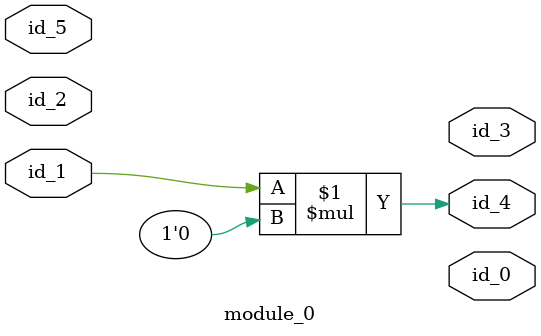
<source format=v>
module module_0 (
    output id_0,
    input  id_1,
    input  id_2,
    output id_3,
    output id_4,
    input  id_5
);
  assign id_4 = id_1 * 1'b0;
endmodule

</source>
